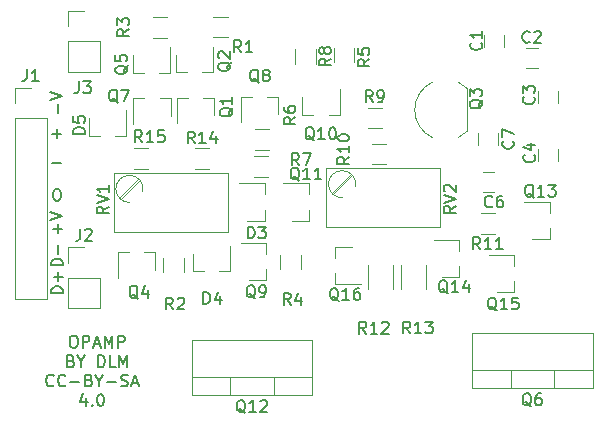
<source format=gbr>
G04 #@! TF.FileFunction,Legend,Top*
%FSLAX46Y46*%
G04 Gerber Fmt 4.6, Leading zero omitted, Abs format (unit mm)*
G04 Created by KiCad (PCBNEW 4.0.7) date 05/22/21 22:10:28*
%MOMM*%
%LPD*%
G01*
G04 APERTURE LIST*
%ADD10C,0.100000*%
%ADD11C,0.150000*%
%ADD12C,0.120000*%
G04 APERTURE END LIST*
D10*
D11*
X55702381Y-81580952D02*
X54702381Y-81580952D01*
X54702381Y-81342857D01*
X54750000Y-81199999D01*
X54845238Y-81104761D01*
X54940476Y-81057142D01*
X55130952Y-81009523D01*
X55273810Y-81009523D01*
X55464286Y-81057142D01*
X55559524Y-81104761D01*
X55654762Y-81199999D01*
X55702381Y-81342857D01*
X55702381Y-81580952D01*
X55321429Y-80580952D02*
X55321429Y-79819047D01*
X55702381Y-80199999D02*
X54940476Y-80199999D01*
X55702381Y-79230952D02*
X54702381Y-79230952D01*
X54702381Y-78992857D01*
X54750000Y-78849999D01*
X54845238Y-78754761D01*
X54940476Y-78707142D01*
X55130952Y-78659523D01*
X55273810Y-78659523D01*
X55464286Y-78707142D01*
X55559524Y-78754761D01*
X55654762Y-78849999D01*
X55702381Y-78992857D01*
X55702381Y-79230952D01*
X55321429Y-78230952D02*
X55321429Y-77469047D01*
X54918096Y-89372143D02*
X54870477Y-89419762D01*
X54727620Y-89467381D01*
X54632382Y-89467381D01*
X54489524Y-89419762D01*
X54394286Y-89324524D01*
X54346667Y-89229286D01*
X54299048Y-89038810D01*
X54299048Y-88895952D01*
X54346667Y-88705476D01*
X54394286Y-88610238D01*
X54489524Y-88515000D01*
X54632382Y-88467381D01*
X54727620Y-88467381D01*
X54870477Y-88515000D01*
X54918096Y-88562619D01*
X55918096Y-89372143D02*
X55870477Y-89419762D01*
X55727620Y-89467381D01*
X55632382Y-89467381D01*
X55489524Y-89419762D01*
X55394286Y-89324524D01*
X55346667Y-89229286D01*
X55299048Y-89038810D01*
X55299048Y-88895952D01*
X55346667Y-88705476D01*
X55394286Y-88610238D01*
X55489524Y-88515000D01*
X55632382Y-88467381D01*
X55727620Y-88467381D01*
X55870477Y-88515000D01*
X55918096Y-88562619D01*
X56346667Y-89086429D02*
X57108572Y-89086429D01*
X57918096Y-88943571D02*
X58060953Y-88991190D01*
X58108572Y-89038810D01*
X58156191Y-89134048D01*
X58156191Y-89276905D01*
X58108572Y-89372143D01*
X58060953Y-89419762D01*
X57965715Y-89467381D01*
X57584762Y-89467381D01*
X57584762Y-88467381D01*
X57918096Y-88467381D01*
X58013334Y-88515000D01*
X58060953Y-88562619D01*
X58108572Y-88657857D01*
X58108572Y-88753095D01*
X58060953Y-88848333D01*
X58013334Y-88895952D01*
X57918096Y-88943571D01*
X57584762Y-88943571D01*
X58775238Y-88991190D02*
X58775238Y-89467381D01*
X58441905Y-88467381D02*
X58775238Y-88991190D01*
X59108572Y-88467381D01*
X59441905Y-89086429D02*
X60203810Y-89086429D01*
X60632381Y-89419762D02*
X60775238Y-89467381D01*
X61013334Y-89467381D01*
X61108572Y-89419762D01*
X61156191Y-89372143D01*
X61203810Y-89276905D01*
X61203810Y-89181667D01*
X61156191Y-89086429D01*
X61108572Y-89038810D01*
X61013334Y-88991190D01*
X60822857Y-88943571D01*
X60727619Y-88895952D01*
X60680000Y-88848333D01*
X60632381Y-88753095D01*
X60632381Y-88657857D01*
X60680000Y-88562619D01*
X60727619Y-88515000D01*
X60822857Y-88467381D01*
X61060953Y-88467381D01*
X61203810Y-88515000D01*
X61584762Y-89181667D02*
X62060953Y-89181667D01*
X61489524Y-89467381D02*
X61822857Y-88467381D01*
X62156191Y-89467381D01*
X57656191Y-90450714D02*
X57656191Y-91117381D01*
X57418095Y-90069762D02*
X57180000Y-90784048D01*
X57799048Y-90784048D01*
X58180000Y-91022143D02*
X58227619Y-91069762D01*
X58180000Y-91117381D01*
X58132381Y-91069762D01*
X58180000Y-91022143D01*
X58180000Y-91117381D01*
X58846666Y-90117381D02*
X58941905Y-90117381D01*
X59037143Y-90165000D01*
X59084762Y-90212619D01*
X59132381Y-90307857D01*
X59180000Y-90498333D01*
X59180000Y-90736429D01*
X59132381Y-90926905D01*
X59084762Y-91022143D01*
X59037143Y-91069762D01*
X58941905Y-91117381D01*
X58846666Y-91117381D01*
X58751428Y-91069762D01*
X58703809Y-91022143D01*
X58656190Y-90926905D01*
X58608571Y-90736429D01*
X58608571Y-90498333D01*
X58656190Y-90307857D01*
X58703809Y-90212619D01*
X58751428Y-90165000D01*
X58846666Y-90117381D01*
X56524762Y-85187381D02*
X56715239Y-85187381D01*
X56810477Y-85235000D01*
X56905715Y-85330238D01*
X56953334Y-85520714D01*
X56953334Y-85854048D01*
X56905715Y-86044524D01*
X56810477Y-86139762D01*
X56715239Y-86187381D01*
X56524762Y-86187381D01*
X56429524Y-86139762D01*
X56334286Y-86044524D01*
X56286667Y-85854048D01*
X56286667Y-85520714D01*
X56334286Y-85330238D01*
X56429524Y-85235000D01*
X56524762Y-85187381D01*
X57381905Y-86187381D02*
X57381905Y-85187381D01*
X57762858Y-85187381D01*
X57858096Y-85235000D01*
X57905715Y-85282619D01*
X57953334Y-85377857D01*
X57953334Y-85520714D01*
X57905715Y-85615952D01*
X57858096Y-85663571D01*
X57762858Y-85711190D01*
X57381905Y-85711190D01*
X58334286Y-85901667D02*
X58810477Y-85901667D01*
X58239048Y-86187381D02*
X58572381Y-85187381D01*
X58905715Y-86187381D01*
X59239048Y-86187381D02*
X59239048Y-85187381D01*
X59572382Y-85901667D01*
X59905715Y-85187381D01*
X59905715Y-86187381D01*
X60381905Y-86187381D02*
X60381905Y-85187381D01*
X60762858Y-85187381D01*
X60858096Y-85235000D01*
X60905715Y-85282619D01*
X60953334Y-85377857D01*
X60953334Y-85520714D01*
X60905715Y-85615952D01*
X60858096Y-85663571D01*
X60762858Y-85711190D01*
X60381905Y-85711190D01*
X56405715Y-87313571D02*
X56548572Y-87361190D01*
X56596191Y-87408810D01*
X56643810Y-87504048D01*
X56643810Y-87646905D01*
X56596191Y-87742143D01*
X56548572Y-87789762D01*
X56453334Y-87837381D01*
X56072381Y-87837381D01*
X56072381Y-86837381D01*
X56405715Y-86837381D01*
X56500953Y-86885000D01*
X56548572Y-86932619D01*
X56596191Y-87027857D01*
X56596191Y-87123095D01*
X56548572Y-87218333D01*
X56500953Y-87265952D01*
X56405715Y-87313571D01*
X56072381Y-87313571D01*
X57262857Y-87361190D02*
X57262857Y-87837381D01*
X56929524Y-86837381D02*
X57262857Y-87361190D01*
X57596191Y-86837381D01*
X58691429Y-87837381D02*
X58691429Y-86837381D01*
X58929524Y-86837381D01*
X59072382Y-86885000D01*
X59167620Y-86980238D01*
X59215239Y-87075476D01*
X59262858Y-87265952D01*
X59262858Y-87408810D01*
X59215239Y-87599286D01*
X59167620Y-87694524D01*
X59072382Y-87789762D01*
X58929524Y-87837381D01*
X58691429Y-87837381D01*
X60167620Y-87837381D02*
X59691429Y-87837381D01*
X59691429Y-86837381D01*
X60500953Y-87837381D02*
X60500953Y-86837381D01*
X60834287Y-87551667D01*
X61167620Y-86837381D01*
X61167620Y-87837381D01*
X55271429Y-66309524D02*
X55271429Y-65547619D01*
X54652381Y-65214286D02*
X55652381Y-64880953D01*
X54652381Y-64547619D01*
X55271429Y-76509524D02*
X55271429Y-75747619D01*
X55652381Y-76128571D02*
X54890476Y-76128571D01*
X54652381Y-75414286D02*
X55652381Y-75080953D01*
X54652381Y-74747619D01*
X55104762Y-72752381D02*
X55295239Y-72752381D01*
X55390477Y-72800000D01*
X55485715Y-72895238D01*
X55533334Y-73085714D01*
X55533334Y-73419048D01*
X55485715Y-73609524D01*
X55390477Y-73704762D01*
X55295239Y-73752381D01*
X55104762Y-73752381D01*
X55009524Y-73704762D01*
X54914286Y-73609524D01*
X54866667Y-73419048D01*
X54866667Y-73085714D01*
X54914286Y-72895238D01*
X55009524Y-72800000D01*
X55104762Y-72752381D01*
X54819048Y-70571429D02*
X55580953Y-70571429D01*
X54819048Y-68071429D02*
X55580953Y-68071429D01*
X55200001Y-68452381D02*
X55200001Y-67690476D01*
D12*
X51670000Y-82070000D02*
X54330000Y-82070000D01*
X51670000Y-66770000D02*
X51670000Y-82070000D01*
X54330000Y-66770000D02*
X54330000Y-82070000D01*
X51670000Y-66770000D02*
X54330000Y-66770000D01*
X51670000Y-65500000D02*
X51670000Y-64170000D01*
X51670000Y-64170000D02*
X53000000Y-64170000D01*
X76840000Y-90180000D02*
X66600000Y-90180000D01*
X76840000Y-85539000D02*
X66600000Y-85539000D01*
X76840000Y-90180000D02*
X76840000Y-85539000D01*
X66600000Y-90180000D02*
X66600000Y-85539000D01*
X76840000Y-88670000D02*
X66600000Y-88670000D01*
X73570000Y-90180000D02*
X73570000Y-88670000D01*
X69869000Y-90180000D02*
X69869000Y-88670000D01*
X65295000Y-62860000D02*
X66225000Y-62860000D01*
X68455000Y-62860000D02*
X67525000Y-62860000D01*
X68455000Y-62860000D02*
X68455000Y-60700000D01*
X65295000Y-62860000D02*
X65295000Y-61400000D01*
X93050000Y-60750000D02*
X93050000Y-59750000D01*
X91350000Y-59750000D02*
X91350000Y-60750000D01*
X95900000Y-60850000D02*
X94900000Y-60850000D01*
X94900000Y-62550000D02*
X95900000Y-62550000D01*
X97650000Y-65500000D02*
X97650000Y-64500000D01*
X95950000Y-64500000D02*
X95950000Y-65500000D01*
X97650000Y-70350000D02*
X97650000Y-69350000D01*
X95950000Y-69350000D02*
X95950000Y-70350000D01*
X91250000Y-73000000D02*
X92250000Y-73000000D01*
X92250000Y-71300000D02*
X91250000Y-71300000D01*
X92550000Y-69050000D02*
X92550000Y-68050000D01*
X90850000Y-68050000D02*
X90850000Y-69050000D01*
X72785000Y-75430000D02*
X72785000Y-74500000D01*
X72785000Y-72270000D02*
X72785000Y-73200000D01*
X72785000Y-72270000D02*
X70625000Y-72270000D01*
X72785000Y-75430000D02*
X71325000Y-75430000D01*
X66695000Y-79710000D02*
X67625000Y-79710000D01*
X69855000Y-79710000D02*
X68925000Y-79710000D01*
X69855000Y-79710000D02*
X69855000Y-77550000D01*
X66695000Y-79710000D02*
X66695000Y-78250000D01*
X68530000Y-65040000D02*
X67600000Y-65040000D01*
X65370000Y-65040000D02*
X66300000Y-65040000D01*
X65370000Y-65040000D02*
X65370000Y-67200000D01*
X68530000Y-65040000D02*
X68530000Y-66500000D01*
X63530000Y-78120000D02*
X62600000Y-78120000D01*
X60370000Y-78120000D02*
X61300000Y-78120000D01*
X60370000Y-78120000D02*
X60370000Y-80280000D01*
X63530000Y-78120000D02*
X63530000Y-79580000D01*
X61645000Y-62910000D02*
X62575000Y-62910000D01*
X64805000Y-62910000D02*
X63875000Y-62910000D01*
X64805000Y-62910000D02*
X64805000Y-60750000D01*
X61645000Y-62910000D02*
X61645000Y-61450000D01*
X64830000Y-65090000D02*
X63900000Y-65090000D01*
X61670000Y-65090000D02*
X62600000Y-65090000D01*
X61670000Y-65090000D02*
X61670000Y-67250000D01*
X64830000Y-65090000D02*
X64830000Y-66550000D01*
X73930000Y-64940000D02*
X73000000Y-64940000D01*
X70770000Y-64940000D02*
X71700000Y-64940000D01*
X70770000Y-64940000D02*
X70770000Y-67100000D01*
X73930000Y-64940000D02*
X73930000Y-66400000D01*
X72935000Y-80455000D02*
X72935000Y-79525000D01*
X72935000Y-77295000D02*
X72935000Y-78225000D01*
X72935000Y-77295000D02*
X70775000Y-77295000D01*
X72935000Y-80455000D02*
X71475000Y-80455000D01*
X75970000Y-66460000D02*
X76900000Y-66460000D01*
X79130000Y-66460000D02*
X78200000Y-66460000D01*
X79130000Y-66460000D02*
X79130000Y-64300000D01*
X75970000Y-66460000D02*
X75970000Y-65000000D01*
X76535000Y-75455000D02*
X76535000Y-74525000D01*
X76535000Y-72295000D02*
X76535000Y-73225000D01*
X76535000Y-72295000D02*
X74375000Y-72295000D01*
X76535000Y-75455000D02*
X75075000Y-75455000D01*
X96910000Y-77030000D02*
X96910000Y-76100000D01*
X96910000Y-73870000D02*
X96910000Y-74800000D01*
X96910000Y-73870000D02*
X94750000Y-73870000D01*
X96910000Y-77030000D02*
X95450000Y-77030000D01*
X89270000Y-80230000D02*
X89270000Y-79300000D01*
X89270000Y-77070000D02*
X89270000Y-78000000D01*
X89270000Y-77070000D02*
X87110000Y-77070000D01*
X89270000Y-80230000D02*
X87810000Y-80230000D01*
X93910000Y-81505000D02*
X93910000Y-80575000D01*
X93910000Y-78345000D02*
X93910000Y-79275000D01*
X93910000Y-78345000D02*
X91750000Y-78345000D01*
X93910000Y-81505000D02*
X92450000Y-81505000D01*
X78760000Y-77650000D02*
X78760000Y-78580000D01*
X78760000Y-80810000D02*
X78760000Y-79880000D01*
X78760000Y-80810000D02*
X80920000Y-80810000D01*
X78760000Y-77650000D02*
X80220000Y-77650000D01*
X61385309Y-73904296D02*
G75*
G02X61345000Y-71595000I-40309J1154296D01*
G01*
X61324879Y-71595948D02*
G75*
G02X62474000Y-72990000I20121J-1154052D01*
G01*
X69665000Y-76370000D02*
X60015000Y-76370000D01*
X69665000Y-71419000D02*
X60015000Y-71419000D01*
X69665000Y-76370000D02*
X69665000Y-71419000D01*
X60015000Y-76370000D02*
X60015000Y-71419000D01*
X60469000Y-73484000D02*
X62080000Y-71874000D01*
X60609000Y-73625000D02*
X62221000Y-72015000D01*
X79385309Y-73504296D02*
G75*
G02X79345000Y-71195000I-40309J1154296D01*
G01*
X79324879Y-71195948D02*
G75*
G02X80474000Y-72590000I20121J-1154052D01*
G01*
X87665000Y-75970000D02*
X78015000Y-75970000D01*
X87665000Y-71019000D02*
X78015000Y-71019000D01*
X87665000Y-75970000D02*
X87665000Y-71019000D01*
X78015000Y-75970000D02*
X78015000Y-71019000D01*
X78469000Y-73084000D02*
X80080000Y-71474000D01*
X78609000Y-73225000D02*
X80221000Y-71615000D01*
X68450000Y-58170000D02*
X69650000Y-58170000D01*
X69650000Y-59930000D02*
X68450000Y-59930000D01*
X64220000Y-79775000D02*
X64220000Y-78575000D01*
X65980000Y-78575000D02*
X65980000Y-79775000D01*
X63325000Y-58195000D02*
X64525000Y-58195000D01*
X64525000Y-59955000D02*
X63325000Y-59955000D01*
X78620000Y-62050000D02*
X78620000Y-60850000D01*
X80380000Y-60850000D02*
X80380000Y-62050000D01*
X73200000Y-69430000D02*
X72000000Y-69430000D01*
X72000000Y-67670000D02*
X73200000Y-67670000D01*
X71900000Y-69945000D02*
X73100000Y-69945000D01*
X73100000Y-71705000D02*
X71900000Y-71705000D01*
X75370000Y-62150000D02*
X75370000Y-60950000D01*
X77130000Y-60950000D02*
X77130000Y-62150000D01*
X82750000Y-67630000D02*
X81550000Y-67630000D01*
X81550000Y-65870000D02*
X82750000Y-65870000D01*
X83100000Y-70680000D02*
X81900000Y-70680000D01*
X81900000Y-68920000D02*
X83100000Y-68920000D01*
X91075000Y-74820000D02*
X92275000Y-74820000D01*
X92275000Y-76580000D02*
X91075000Y-76580000D01*
X57920000Y-68235000D02*
X58850000Y-68235000D01*
X61080000Y-68235000D02*
X60150000Y-68235000D01*
X61080000Y-68235000D02*
X61080000Y-66075000D01*
X57920000Y-68235000D02*
X57920000Y-66775000D01*
X74120000Y-79550000D02*
X74120000Y-78350000D01*
X75880000Y-78350000D02*
X75880000Y-79550000D01*
X56170000Y-82870000D02*
X58830000Y-82870000D01*
X56170000Y-80270000D02*
X56170000Y-82870000D01*
X58830000Y-80270000D02*
X58830000Y-82870000D01*
X56170000Y-80270000D02*
X58830000Y-80270000D01*
X56170000Y-79000000D02*
X56170000Y-77670000D01*
X56170000Y-77670000D02*
X57500000Y-77670000D01*
X56170000Y-62870000D02*
X58830000Y-62870000D01*
X56170000Y-60270000D02*
X56170000Y-62870000D01*
X58830000Y-60270000D02*
X58830000Y-62870000D01*
X56170000Y-60270000D02*
X58830000Y-60270000D01*
X56170000Y-59000000D02*
X56170000Y-57670000D01*
X56170000Y-57670000D02*
X57500000Y-57670000D01*
X68100000Y-71030000D02*
X66900000Y-71030000D01*
X66900000Y-69270000D02*
X68100000Y-69270000D01*
X62950000Y-71030000D02*
X61750000Y-71030000D01*
X61750000Y-69270000D02*
X62950000Y-69270000D01*
X89950000Y-67860000D02*
X89950000Y-64260000D01*
X89222795Y-68384184D02*
G75*
G03X89950000Y-67860000I-1122795J2324184D01*
G01*
X87001193Y-68416400D02*
G75*
G02X85500000Y-66060000I1098807J2356400D01*
G01*
X87001193Y-63703600D02*
G75*
G03X85500000Y-66060000I1098807J-2356400D01*
G01*
X89222795Y-63735816D02*
G75*
G02X89950000Y-64260000I-1122795J-2324184D01*
G01*
X100580000Y-89620000D02*
X90340000Y-89620000D01*
X100580000Y-84979000D02*
X90340000Y-84979000D01*
X100580000Y-89620000D02*
X100580000Y-84979000D01*
X90340000Y-89620000D02*
X90340000Y-84979000D01*
X100580000Y-88110000D02*
X90340000Y-88110000D01*
X97310000Y-89620000D02*
X97310000Y-88110000D01*
X93609000Y-89620000D02*
X93609000Y-88110000D01*
X86470000Y-79200000D02*
X86470000Y-81200000D01*
X84330000Y-81200000D02*
X84330000Y-79200000D01*
X81500000Y-81190000D02*
X81500000Y-79190000D01*
X83640000Y-79190000D02*
X83640000Y-81190000D01*
D11*
X52666667Y-62622381D02*
X52666667Y-63336667D01*
X52619047Y-63479524D01*
X52523809Y-63574762D01*
X52380952Y-63622381D01*
X52285714Y-63622381D01*
X53666667Y-63622381D02*
X53095238Y-63622381D01*
X53380952Y-63622381D02*
X53380952Y-62622381D01*
X53285714Y-62765238D01*
X53190476Y-62860476D01*
X53095238Y-62908095D01*
X71148572Y-91727619D02*
X71053334Y-91680000D01*
X70958096Y-91584762D01*
X70815239Y-91441905D01*
X70720000Y-91394286D01*
X70624762Y-91394286D01*
X70672381Y-91632381D02*
X70577143Y-91584762D01*
X70481905Y-91489524D01*
X70434286Y-91299048D01*
X70434286Y-90965714D01*
X70481905Y-90775238D01*
X70577143Y-90680000D01*
X70672381Y-90632381D01*
X70862858Y-90632381D01*
X70958096Y-90680000D01*
X71053334Y-90775238D01*
X71100953Y-90965714D01*
X71100953Y-91299048D01*
X71053334Y-91489524D01*
X70958096Y-91584762D01*
X70862858Y-91632381D01*
X70672381Y-91632381D01*
X72053334Y-91632381D02*
X71481905Y-91632381D01*
X71767619Y-91632381D02*
X71767619Y-90632381D01*
X71672381Y-90775238D01*
X71577143Y-90870476D01*
X71481905Y-90918095D01*
X72434286Y-90727619D02*
X72481905Y-90680000D01*
X72577143Y-90632381D01*
X72815239Y-90632381D01*
X72910477Y-90680000D01*
X72958096Y-90727619D01*
X73005715Y-90822857D01*
X73005715Y-90918095D01*
X72958096Y-91060952D01*
X72386667Y-91632381D01*
X73005715Y-91632381D01*
X69947619Y-62020238D02*
X69900000Y-62115476D01*
X69804762Y-62210714D01*
X69661905Y-62353571D01*
X69614286Y-62448810D01*
X69614286Y-62544048D01*
X69852381Y-62496429D02*
X69804762Y-62591667D01*
X69709524Y-62686905D01*
X69519048Y-62734524D01*
X69185714Y-62734524D01*
X68995238Y-62686905D01*
X68900000Y-62591667D01*
X68852381Y-62496429D01*
X68852381Y-62305952D01*
X68900000Y-62210714D01*
X68995238Y-62115476D01*
X69185714Y-62067857D01*
X69519048Y-62067857D01*
X69709524Y-62115476D01*
X69804762Y-62210714D01*
X69852381Y-62305952D01*
X69852381Y-62496429D01*
X68947619Y-61686905D02*
X68900000Y-61639286D01*
X68852381Y-61544048D01*
X68852381Y-61305952D01*
X68900000Y-61210714D01*
X68947619Y-61163095D01*
X69042857Y-61115476D01*
X69138095Y-61115476D01*
X69280952Y-61163095D01*
X69852381Y-61734524D01*
X69852381Y-61115476D01*
X91107143Y-60366666D02*
X91154762Y-60414285D01*
X91202381Y-60557142D01*
X91202381Y-60652380D01*
X91154762Y-60795238D01*
X91059524Y-60890476D01*
X90964286Y-60938095D01*
X90773810Y-60985714D01*
X90630952Y-60985714D01*
X90440476Y-60938095D01*
X90345238Y-60890476D01*
X90250000Y-60795238D01*
X90202381Y-60652380D01*
X90202381Y-60557142D01*
X90250000Y-60414285D01*
X90297619Y-60366666D01*
X91202381Y-59414285D02*
X91202381Y-59985714D01*
X91202381Y-59700000D02*
X90202381Y-59700000D01*
X90345238Y-59795238D01*
X90440476Y-59890476D01*
X90488095Y-59985714D01*
X95233334Y-60307143D02*
X95185715Y-60354762D01*
X95042858Y-60402381D01*
X94947620Y-60402381D01*
X94804762Y-60354762D01*
X94709524Y-60259524D01*
X94661905Y-60164286D01*
X94614286Y-59973810D01*
X94614286Y-59830952D01*
X94661905Y-59640476D01*
X94709524Y-59545238D01*
X94804762Y-59450000D01*
X94947620Y-59402381D01*
X95042858Y-59402381D01*
X95185715Y-59450000D01*
X95233334Y-59497619D01*
X95614286Y-59497619D02*
X95661905Y-59450000D01*
X95757143Y-59402381D01*
X95995239Y-59402381D01*
X96090477Y-59450000D01*
X96138096Y-59497619D01*
X96185715Y-59592857D01*
X96185715Y-59688095D01*
X96138096Y-59830952D01*
X95566667Y-60402381D01*
X96185715Y-60402381D01*
X95557143Y-64966666D02*
X95604762Y-65014285D01*
X95652381Y-65157142D01*
X95652381Y-65252380D01*
X95604762Y-65395238D01*
X95509524Y-65490476D01*
X95414286Y-65538095D01*
X95223810Y-65585714D01*
X95080952Y-65585714D01*
X94890476Y-65538095D01*
X94795238Y-65490476D01*
X94700000Y-65395238D01*
X94652381Y-65252380D01*
X94652381Y-65157142D01*
X94700000Y-65014285D01*
X94747619Y-64966666D01*
X94652381Y-64633333D02*
X94652381Y-64014285D01*
X95033333Y-64347619D01*
X95033333Y-64204761D01*
X95080952Y-64109523D01*
X95128571Y-64061904D01*
X95223810Y-64014285D01*
X95461905Y-64014285D01*
X95557143Y-64061904D01*
X95604762Y-64109523D01*
X95652381Y-64204761D01*
X95652381Y-64490476D01*
X95604762Y-64585714D01*
X95557143Y-64633333D01*
X95607143Y-69866666D02*
X95654762Y-69914285D01*
X95702381Y-70057142D01*
X95702381Y-70152380D01*
X95654762Y-70295238D01*
X95559524Y-70390476D01*
X95464286Y-70438095D01*
X95273810Y-70485714D01*
X95130952Y-70485714D01*
X94940476Y-70438095D01*
X94845238Y-70390476D01*
X94750000Y-70295238D01*
X94702381Y-70152380D01*
X94702381Y-70057142D01*
X94750000Y-69914285D01*
X94797619Y-69866666D01*
X95035714Y-69009523D02*
X95702381Y-69009523D01*
X94654762Y-69247619D02*
X95369048Y-69485714D01*
X95369048Y-68866666D01*
X92058334Y-74232143D02*
X92010715Y-74279762D01*
X91867858Y-74327381D01*
X91772620Y-74327381D01*
X91629762Y-74279762D01*
X91534524Y-74184524D01*
X91486905Y-74089286D01*
X91439286Y-73898810D01*
X91439286Y-73755952D01*
X91486905Y-73565476D01*
X91534524Y-73470238D01*
X91629762Y-73375000D01*
X91772620Y-73327381D01*
X91867858Y-73327381D01*
X92010715Y-73375000D01*
X92058334Y-73422619D01*
X92915477Y-73327381D02*
X92725000Y-73327381D01*
X92629762Y-73375000D01*
X92582143Y-73422619D01*
X92486905Y-73565476D01*
X92439286Y-73755952D01*
X92439286Y-74136905D01*
X92486905Y-74232143D01*
X92534524Y-74279762D01*
X92629762Y-74327381D01*
X92820239Y-74327381D01*
X92915477Y-74279762D01*
X92963096Y-74232143D01*
X93010715Y-74136905D01*
X93010715Y-73898810D01*
X92963096Y-73803571D01*
X92915477Y-73755952D01*
X92820239Y-73708333D01*
X92629762Y-73708333D01*
X92534524Y-73755952D01*
X92486905Y-73803571D01*
X92439286Y-73898810D01*
X93807143Y-68716666D02*
X93854762Y-68764285D01*
X93902381Y-68907142D01*
X93902381Y-69002380D01*
X93854762Y-69145238D01*
X93759524Y-69240476D01*
X93664286Y-69288095D01*
X93473810Y-69335714D01*
X93330952Y-69335714D01*
X93140476Y-69288095D01*
X93045238Y-69240476D01*
X92950000Y-69145238D01*
X92902381Y-69002380D01*
X92902381Y-68907142D01*
X92950000Y-68764285D01*
X92997619Y-68716666D01*
X92902381Y-68383333D02*
X92902381Y-67716666D01*
X93902381Y-68145238D01*
X71361905Y-76952381D02*
X71361905Y-75952381D01*
X71600000Y-75952381D01*
X71742858Y-76000000D01*
X71838096Y-76095238D01*
X71885715Y-76190476D01*
X71933334Y-76380952D01*
X71933334Y-76523810D01*
X71885715Y-76714286D01*
X71838096Y-76809524D01*
X71742858Y-76904762D01*
X71600000Y-76952381D01*
X71361905Y-76952381D01*
X72266667Y-75952381D02*
X72885715Y-75952381D01*
X72552381Y-76333333D01*
X72695239Y-76333333D01*
X72790477Y-76380952D01*
X72838096Y-76428571D01*
X72885715Y-76523810D01*
X72885715Y-76761905D01*
X72838096Y-76857143D01*
X72790477Y-76904762D01*
X72695239Y-76952381D01*
X72409524Y-76952381D01*
X72314286Y-76904762D01*
X72266667Y-76857143D01*
X67611905Y-82502381D02*
X67611905Y-81502381D01*
X67850000Y-81502381D01*
X67992858Y-81550000D01*
X68088096Y-81645238D01*
X68135715Y-81740476D01*
X68183334Y-81930952D01*
X68183334Y-82073810D01*
X68135715Y-82264286D01*
X68088096Y-82359524D01*
X67992858Y-82454762D01*
X67850000Y-82502381D01*
X67611905Y-82502381D01*
X69040477Y-81835714D02*
X69040477Y-82502381D01*
X68802381Y-81454762D02*
X68564286Y-82169048D01*
X69183334Y-82169048D01*
X70097619Y-65895238D02*
X70050000Y-65990476D01*
X69954762Y-66085714D01*
X69811905Y-66228571D01*
X69764286Y-66323810D01*
X69764286Y-66419048D01*
X70002381Y-66371429D02*
X69954762Y-66466667D01*
X69859524Y-66561905D01*
X69669048Y-66609524D01*
X69335714Y-66609524D01*
X69145238Y-66561905D01*
X69050000Y-66466667D01*
X69002381Y-66371429D01*
X69002381Y-66180952D01*
X69050000Y-66085714D01*
X69145238Y-65990476D01*
X69335714Y-65942857D01*
X69669048Y-65942857D01*
X69859524Y-65990476D01*
X69954762Y-66085714D01*
X70002381Y-66180952D01*
X70002381Y-66371429D01*
X70002381Y-64990476D02*
X70002381Y-65561905D01*
X70002381Y-65276191D02*
X69002381Y-65276191D01*
X69145238Y-65371429D01*
X69240476Y-65466667D01*
X69288095Y-65561905D01*
X62064762Y-82047619D02*
X61969524Y-82000000D01*
X61874286Y-81904762D01*
X61731429Y-81761905D01*
X61636190Y-81714286D01*
X61540952Y-81714286D01*
X61588571Y-81952381D02*
X61493333Y-81904762D01*
X61398095Y-81809524D01*
X61350476Y-81619048D01*
X61350476Y-81285714D01*
X61398095Y-81095238D01*
X61493333Y-81000000D01*
X61588571Y-80952381D01*
X61779048Y-80952381D01*
X61874286Y-81000000D01*
X61969524Y-81095238D01*
X62017143Y-81285714D01*
X62017143Y-81619048D01*
X61969524Y-81809524D01*
X61874286Y-81904762D01*
X61779048Y-81952381D01*
X61588571Y-81952381D01*
X62874286Y-81285714D02*
X62874286Y-81952381D01*
X62636190Y-80904762D02*
X62398095Y-81619048D01*
X63017143Y-81619048D01*
X61222619Y-62295238D02*
X61175000Y-62390476D01*
X61079762Y-62485714D01*
X60936905Y-62628571D01*
X60889286Y-62723810D01*
X60889286Y-62819048D01*
X61127381Y-62771429D02*
X61079762Y-62866667D01*
X60984524Y-62961905D01*
X60794048Y-63009524D01*
X60460714Y-63009524D01*
X60270238Y-62961905D01*
X60175000Y-62866667D01*
X60127381Y-62771429D01*
X60127381Y-62580952D01*
X60175000Y-62485714D01*
X60270238Y-62390476D01*
X60460714Y-62342857D01*
X60794048Y-62342857D01*
X60984524Y-62390476D01*
X61079762Y-62485714D01*
X61127381Y-62580952D01*
X61127381Y-62771429D01*
X60127381Y-61438095D02*
X60127381Y-61914286D01*
X60603571Y-61961905D01*
X60555952Y-61914286D01*
X60508333Y-61819048D01*
X60508333Y-61580952D01*
X60555952Y-61485714D01*
X60603571Y-61438095D01*
X60698810Y-61390476D01*
X60936905Y-61390476D01*
X61032143Y-61438095D01*
X61079762Y-61485714D01*
X61127381Y-61580952D01*
X61127381Y-61819048D01*
X61079762Y-61914286D01*
X61032143Y-61961905D01*
X60354762Y-65447619D02*
X60259524Y-65400000D01*
X60164286Y-65304762D01*
X60021429Y-65161905D01*
X59926190Y-65114286D01*
X59830952Y-65114286D01*
X59878571Y-65352381D02*
X59783333Y-65304762D01*
X59688095Y-65209524D01*
X59640476Y-65019048D01*
X59640476Y-64685714D01*
X59688095Y-64495238D01*
X59783333Y-64400000D01*
X59878571Y-64352381D01*
X60069048Y-64352381D01*
X60164286Y-64400000D01*
X60259524Y-64495238D01*
X60307143Y-64685714D01*
X60307143Y-65019048D01*
X60259524Y-65209524D01*
X60164286Y-65304762D01*
X60069048Y-65352381D01*
X59878571Y-65352381D01*
X60640476Y-64352381D02*
X61307143Y-64352381D01*
X60878571Y-65352381D01*
X72304762Y-63747619D02*
X72209524Y-63700000D01*
X72114286Y-63604762D01*
X71971429Y-63461905D01*
X71876190Y-63414286D01*
X71780952Y-63414286D01*
X71828571Y-63652381D02*
X71733333Y-63604762D01*
X71638095Y-63509524D01*
X71590476Y-63319048D01*
X71590476Y-62985714D01*
X71638095Y-62795238D01*
X71733333Y-62700000D01*
X71828571Y-62652381D01*
X72019048Y-62652381D01*
X72114286Y-62700000D01*
X72209524Y-62795238D01*
X72257143Y-62985714D01*
X72257143Y-63319048D01*
X72209524Y-63509524D01*
X72114286Y-63604762D01*
X72019048Y-63652381D01*
X71828571Y-63652381D01*
X72828571Y-63080952D02*
X72733333Y-63033333D01*
X72685714Y-62985714D01*
X72638095Y-62890476D01*
X72638095Y-62842857D01*
X72685714Y-62747619D01*
X72733333Y-62700000D01*
X72828571Y-62652381D01*
X73019048Y-62652381D01*
X73114286Y-62700000D01*
X73161905Y-62747619D01*
X73209524Y-62842857D01*
X73209524Y-62890476D01*
X73161905Y-62985714D01*
X73114286Y-63033333D01*
X73019048Y-63080952D01*
X72828571Y-63080952D01*
X72733333Y-63128571D01*
X72685714Y-63176190D01*
X72638095Y-63271429D01*
X72638095Y-63461905D01*
X72685714Y-63557143D01*
X72733333Y-63604762D01*
X72828571Y-63652381D01*
X73019048Y-63652381D01*
X73114286Y-63604762D01*
X73161905Y-63557143D01*
X73209524Y-63461905D01*
X73209524Y-63271429D01*
X73161905Y-63176190D01*
X73114286Y-63128571D01*
X73019048Y-63080952D01*
X72004762Y-82022619D02*
X71909524Y-81975000D01*
X71814286Y-81879762D01*
X71671429Y-81736905D01*
X71576190Y-81689286D01*
X71480952Y-81689286D01*
X71528571Y-81927381D02*
X71433333Y-81879762D01*
X71338095Y-81784524D01*
X71290476Y-81594048D01*
X71290476Y-81260714D01*
X71338095Y-81070238D01*
X71433333Y-80975000D01*
X71528571Y-80927381D01*
X71719048Y-80927381D01*
X71814286Y-80975000D01*
X71909524Y-81070238D01*
X71957143Y-81260714D01*
X71957143Y-81594048D01*
X71909524Y-81784524D01*
X71814286Y-81879762D01*
X71719048Y-81927381D01*
X71528571Y-81927381D01*
X72433333Y-81927381D02*
X72623809Y-81927381D01*
X72719048Y-81879762D01*
X72766667Y-81832143D01*
X72861905Y-81689286D01*
X72909524Y-81498810D01*
X72909524Y-81117857D01*
X72861905Y-81022619D01*
X72814286Y-80975000D01*
X72719048Y-80927381D01*
X72528571Y-80927381D01*
X72433333Y-80975000D01*
X72385714Y-81022619D01*
X72338095Y-81117857D01*
X72338095Y-81355952D01*
X72385714Y-81451190D01*
X72433333Y-81498810D01*
X72528571Y-81546429D01*
X72719048Y-81546429D01*
X72814286Y-81498810D01*
X72861905Y-81451190D01*
X72909524Y-81355952D01*
X76978572Y-68647619D02*
X76883334Y-68600000D01*
X76788096Y-68504762D01*
X76645239Y-68361905D01*
X76550000Y-68314286D01*
X76454762Y-68314286D01*
X76502381Y-68552381D02*
X76407143Y-68504762D01*
X76311905Y-68409524D01*
X76264286Y-68219048D01*
X76264286Y-67885714D01*
X76311905Y-67695238D01*
X76407143Y-67600000D01*
X76502381Y-67552381D01*
X76692858Y-67552381D01*
X76788096Y-67600000D01*
X76883334Y-67695238D01*
X76930953Y-67885714D01*
X76930953Y-68219048D01*
X76883334Y-68409524D01*
X76788096Y-68504762D01*
X76692858Y-68552381D01*
X76502381Y-68552381D01*
X77883334Y-68552381D02*
X77311905Y-68552381D01*
X77597619Y-68552381D02*
X77597619Y-67552381D01*
X77502381Y-67695238D01*
X77407143Y-67790476D01*
X77311905Y-67838095D01*
X78502381Y-67552381D02*
X78597620Y-67552381D01*
X78692858Y-67600000D01*
X78740477Y-67647619D01*
X78788096Y-67742857D01*
X78835715Y-67933333D01*
X78835715Y-68171429D01*
X78788096Y-68361905D01*
X78740477Y-68457143D01*
X78692858Y-68504762D01*
X78597620Y-68552381D01*
X78502381Y-68552381D01*
X78407143Y-68504762D01*
X78359524Y-68457143D01*
X78311905Y-68361905D01*
X78264286Y-68171429D01*
X78264286Y-67933333D01*
X78311905Y-67742857D01*
X78359524Y-67647619D01*
X78407143Y-67600000D01*
X78502381Y-67552381D01*
X75728572Y-72047619D02*
X75633334Y-72000000D01*
X75538096Y-71904762D01*
X75395239Y-71761905D01*
X75300000Y-71714286D01*
X75204762Y-71714286D01*
X75252381Y-71952381D02*
X75157143Y-71904762D01*
X75061905Y-71809524D01*
X75014286Y-71619048D01*
X75014286Y-71285714D01*
X75061905Y-71095238D01*
X75157143Y-71000000D01*
X75252381Y-70952381D01*
X75442858Y-70952381D01*
X75538096Y-71000000D01*
X75633334Y-71095238D01*
X75680953Y-71285714D01*
X75680953Y-71619048D01*
X75633334Y-71809524D01*
X75538096Y-71904762D01*
X75442858Y-71952381D01*
X75252381Y-71952381D01*
X76633334Y-71952381D02*
X76061905Y-71952381D01*
X76347619Y-71952381D02*
X76347619Y-70952381D01*
X76252381Y-71095238D01*
X76157143Y-71190476D01*
X76061905Y-71238095D01*
X77585715Y-71952381D02*
X77014286Y-71952381D01*
X77300000Y-71952381D02*
X77300000Y-70952381D01*
X77204762Y-71095238D01*
X77109524Y-71190476D01*
X77014286Y-71238095D01*
X95578572Y-73497619D02*
X95483334Y-73450000D01*
X95388096Y-73354762D01*
X95245239Y-73211905D01*
X95150000Y-73164286D01*
X95054762Y-73164286D01*
X95102381Y-73402381D02*
X95007143Y-73354762D01*
X94911905Y-73259524D01*
X94864286Y-73069048D01*
X94864286Y-72735714D01*
X94911905Y-72545238D01*
X95007143Y-72450000D01*
X95102381Y-72402381D01*
X95292858Y-72402381D01*
X95388096Y-72450000D01*
X95483334Y-72545238D01*
X95530953Y-72735714D01*
X95530953Y-73069048D01*
X95483334Y-73259524D01*
X95388096Y-73354762D01*
X95292858Y-73402381D01*
X95102381Y-73402381D01*
X96483334Y-73402381D02*
X95911905Y-73402381D01*
X96197619Y-73402381D02*
X96197619Y-72402381D01*
X96102381Y-72545238D01*
X96007143Y-72640476D01*
X95911905Y-72688095D01*
X96816667Y-72402381D02*
X97435715Y-72402381D01*
X97102381Y-72783333D01*
X97245239Y-72783333D01*
X97340477Y-72830952D01*
X97388096Y-72878571D01*
X97435715Y-72973810D01*
X97435715Y-73211905D01*
X97388096Y-73307143D01*
X97340477Y-73354762D01*
X97245239Y-73402381D01*
X96959524Y-73402381D01*
X96864286Y-73354762D01*
X96816667Y-73307143D01*
X88288572Y-81597619D02*
X88193334Y-81550000D01*
X88098096Y-81454762D01*
X87955239Y-81311905D01*
X87860000Y-81264286D01*
X87764762Y-81264286D01*
X87812381Y-81502381D02*
X87717143Y-81454762D01*
X87621905Y-81359524D01*
X87574286Y-81169048D01*
X87574286Y-80835714D01*
X87621905Y-80645238D01*
X87717143Y-80550000D01*
X87812381Y-80502381D01*
X88002858Y-80502381D01*
X88098096Y-80550000D01*
X88193334Y-80645238D01*
X88240953Y-80835714D01*
X88240953Y-81169048D01*
X88193334Y-81359524D01*
X88098096Y-81454762D01*
X88002858Y-81502381D01*
X87812381Y-81502381D01*
X89193334Y-81502381D02*
X88621905Y-81502381D01*
X88907619Y-81502381D02*
X88907619Y-80502381D01*
X88812381Y-80645238D01*
X88717143Y-80740476D01*
X88621905Y-80788095D01*
X90050477Y-80835714D02*
X90050477Y-81502381D01*
X89812381Y-80454762D02*
X89574286Y-81169048D01*
X90193334Y-81169048D01*
X92428572Y-83047619D02*
X92333334Y-83000000D01*
X92238096Y-82904762D01*
X92095239Y-82761905D01*
X92000000Y-82714286D01*
X91904762Y-82714286D01*
X91952381Y-82952381D02*
X91857143Y-82904762D01*
X91761905Y-82809524D01*
X91714286Y-82619048D01*
X91714286Y-82285714D01*
X91761905Y-82095238D01*
X91857143Y-82000000D01*
X91952381Y-81952381D01*
X92142858Y-81952381D01*
X92238096Y-82000000D01*
X92333334Y-82095238D01*
X92380953Y-82285714D01*
X92380953Y-82619048D01*
X92333334Y-82809524D01*
X92238096Y-82904762D01*
X92142858Y-82952381D01*
X91952381Y-82952381D01*
X93333334Y-82952381D02*
X92761905Y-82952381D01*
X93047619Y-82952381D02*
X93047619Y-81952381D01*
X92952381Y-82095238D01*
X92857143Y-82190476D01*
X92761905Y-82238095D01*
X94238096Y-81952381D02*
X93761905Y-81952381D01*
X93714286Y-82428571D01*
X93761905Y-82380952D01*
X93857143Y-82333333D01*
X94095239Y-82333333D01*
X94190477Y-82380952D01*
X94238096Y-82428571D01*
X94285715Y-82523810D01*
X94285715Y-82761905D01*
X94238096Y-82857143D01*
X94190477Y-82904762D01*
X94095239Y-82952381D01*
X93857143Y-82952381D01*
X93761905Y-82904762D01*
X93714286Y-82857143D01*
X79048572Y-82237619D02*
X78953334Y-82190000D01*
X78858096Y-82094762D01*
X78715239Y-81951905D01*
X78620000Y-81904286D01*
X78524762Y-81904286D01*
X78572381Y-82142381D02*
X78477143Y-82094762D01*
X78381905Y-81999524D01*
X78334286Y-81809048D01*
X78334286Y-81475714D01*
X78381905Y-81285238D01*
X78477143Y-81190000D01*
X78572381Y-81142381D01*
X78762858Y-81142381D01*
X78858096Y-81190000D01*
X78953334Y-81285238D01*
X79000953Y-81475714D01*
X79000953Y-81809048D01*
X78953334Y-81999524D01*
X78858096Y-82094762D01*
X78762858Y-82142381D01*
X78572381Y-82142381D01*
X79953334Y-82142381D02*
X79381905Y-82142381D01*
X79667619Y-82142381D02*
X79667619Y-81142381D01*
X79572381Y-81285238D01*
X79477143Y-81380476D01*
X79381905Y-81428095D01*
X80810477Y-81142381D02*
X80620000Y-81142381D01*
X80524762Y-81190000D01*
X80477143Y-81237619D01*
X80381905Y-81380476D01*
X80334286Y-81570952D01*
X80334286Y-81951905D01*
X80381905Y-82047143D01*
X80429524Y-82094762D01*
X80524762Y-82142381D01*
X80715239Y-82142381D01*
X80810477Y-82094762D01*
X80858096Y-82047143D01*
X80905715Y-81951905D01*
X80905715Y-81713810D01*
X80858096Y-81618571D01*
X80810477Y-81570952D01*
X80715239Y-81523333D01*
X80524762Y-81523333D01*
X80429524Y-81570952D01*
X80381905Y-81618571D01*
X80334286Y-81713810D01*
X59577381Y-74245238D02*
X59101190Y-74578572D01*
X59577381Y-74816667D02*
X58577381Y-74816667D01*
X58577381Y-74435714D01*
X58625000Y-74340476D01*
X58672619Y-74292857D01*
X58767857Y-74245238D01*
X58910714Y-74245238D01*
X59005952Y-74292857D01*
X59053571Y-74340476D01*
X59101190Y-74435714D01*
X59101190Y-74816667D01*
X58577381Y-73959524D02*
X59577381Y-73626191D01*
X58577381Y-73292857D01*
X59577381Y-72435714D02*
X59577381Y-73007143D01*
X59577381Y-72721429D02*
X58577381Y-72721429D01*
X58720238Y-72816667D01*
X58815476Y-72911905D01*
X58863095Y-73007143D01*
X88952381Y-74195238D02*
X88476190Y-74528572D01*
X88952381Y-74766667D02*
X87952381Y-74766667D01*
X87952381Y-74385714D01*
X88000000Y-74290476D01*
X88047619Y-74242857D01*
X88142857Y-74195238D01*
X88285714Y-74195238D01*
X88380952Y-74242857D01*
X88428571Y-74290476D01*
X88476190Y-74385714D01*
X88476190Y-74766667D01*
X87952381Y-73909524D02*
X88952381Y-73576191D01*
X87952381Y-73242857D01*
X88047619Y-72957143D02*
X88000000Y-72909524D01*
X87952381Y-72814286D01*
X87952381Y-72576190D01*
X88000000Y-72480952D01*
X88047619Y-72433333D01*
X88142857Y-72385714D01*
X88238095Y-72385714D01*
X88380952Y-72433333D01*
X88952381Y-73004762D01*
X88952381Y-72385714D01*
X70808334Y-61177381D02*
X70475000Y-60701190D01*
X70236905Y-61177381D02*
X70236905Y-60177381D01*
X70617858Y-60177381D01*
X70713096Y-60225000D01*
X70760715Y-60272619D01*
X70808334Y-60367857D01*
X70808334Y-60510714D01*
X70760715Y-60605952D01*
X70713096Y-60653571D01*
X70617858Y-60701190D01*
X70236905Y-60701190D01*
X71760715Y-61177381D02*
X71189286Y-61177381D01*
X71475000Y-61177381D02*
X71475000Y-60177381D01*
X71379762Y-60320238D01*
X71284524Y-60415476D01*
X71189286Y-60463095D01*
X65033334Y-82952381D02*
X64700000Y-82476190D01*
X64461905Y-82952381D02*
X64461905Y-81952381D01*
X64842858Y-81952381D01*
X64938096Y-82000000D01*
X64985715Y-82047619D01*
X65033334Y-82142857D01*
X65033334Y-82285714D01*
X64985715Y-82380952D01*
X64938096Y-82428571D01*
X64842858Y-82476190D01*
X64461905Y-82476190D01*
X65414286Y-82047619D02*
X65461905Y-82000000D01*
X65557143Y-81952381D01*
X65795239Y-81952381D01*
X65890477Y-82000000D01*
X65938096Y-82047619D01*
X65985715Y-82142857D01*
X65985715Y-82238095D01*
X65938096Y-82380952D01*
X65366667Y-82952381D01*
X65985715Y-82952381D01*
X61302381Y-59241666D02*
X60826190Y-59575000D01*
X61302381Y-59813095D02*
X60302381Y-59813095D01*
X60302381Y-59432142D01*
X60350000Y-59336904D01*
X60397619Y-59289285D01*
X60492857Y-59241666D01*
X60635714Y-59241666D01*
X60730952Y-59289285D01*
X60778571Y-59336904D01*
X60826190Y-59432142D01*
X60826190Y-59813095D01*
X60302381Y-58908333D02*
X60302381Y-58289285D01*
X60683333Y-58622619D01*
X60683333Y-58479761D01*
X60730952Y-58384523D01*
X60778571Y-58336904D01*
X60873810Y-58289285D01*
X61111905Y-58289285D01*
X61207143Y-58336904D01*
X61254762Y-58384523D01*
X61302381Y-58479761D01*
X61302381Y-58765476D01*
X61254762Y-58860714D01*
X61207143Y-58908333D01*
X81652381Y-61766666D02*
X81176190Y-62100000D01*
X81652381Y-62338095D02*
X80652381Y-62338095D01*
X80652381Y-61957142D01*
X80700000Y-61861904D01*
X80747619Y-61814285D01*
X80842857Y-61766666D01*
X80985714Y-61766666D01*
X81080952Y-61814285D01*
X81128571Y-61861904D01*
X81176190Y-61957142D01*
X81176190Y-62338095D01*
X80652381Y-60861904D02*
X80652381Y-61338095D01*
X81128571Y-61385714D01*
X81080952Y-61338095D01*
X81033333Y-61242857D01*
X81033333Y-61004761D01*
X81080952Y-60909523D01*
X81128571Y-60861904D01*
X81223810Y-60814285D01*
X81461905Y-60814285D01*
X81557143Y-60861904D01*
X81604762Y-60909523D01*
X81652381Y-61004761D01*
X81652381Y-61242857D01*
X81604762Y-61338095D01*
X81557143Y-61385714D01*
X75402381Y-66666666D02*
X74926190Y-67000000D01*
X75402381Y-67238095D02*
X74402381Y-67238095D01*
X74402381Y-66857142D01*
X74450000Y-66761904D01*
X74497619Y-66714285D01*
X74592857Y-66666666D01*
X74735714Y-66666666D01*
X74830952Y-66714285D01*
X74878571Y-66761904D01*
X74926190Y-66857142D01*
X74926190Y-67238095D01*
X74402381Y-65809523D02*
X74402381Y-66000000D01*
X74450000Y-66095238D01*
X74497619Y-66142857D01*
X74640476Y-66238095D01*
X74830952Y-66285714D01*
X75211905Y-66285714D01*
X75307143Y-66238095D01*
X75354762Y-66190476D01*
X75402381Y-66095238D01*
X75402381Y-65904761D01*
X75354762Y-65809523D01*
X75307143Y-65761904D01*
X75211905Y-65714285D01*
X74973810Y-65714285D01*
X74878571Y-65761904D01*
X74830952Y-65809523D01*
X74783333Y-65904761D01*
X74783333Y-66095238D01*
X74830952Y-66190476D01*
X74878571Y-66238095D01*
X74973810Y-66285714D01*
X75683334Y-70752381D02*
X75350000Y-70276190D01*
X75111905Y-70752381D02*
X75111905Y-69752381D01*
X75492858Y-69752381D01*
X75588096Y-69800000D01*
X75635715Y-69847619D01*
X75683334Y-69942857D01*
X75683334Y-70085714D01*
X75635715Y-70180952D01*
X75588096Y-70228571D01*
X75492858Y-70276190D01*
X75111905Y-70276190D01*
X76016667Y-69752381D02*
X76683334Y-69752381D01*
X76254762Y-70752381D01*
X78402381Y-61716666D02*
X77926190Y-62050000D01*
X78402381Y-62288095D02*
X77402381Y-62288095D01*
X77402381Y-61907142D01*
X77450000Y-61811904D01*
X77497619Y-61764285D01*
X77592857Y-61716666D01*
X77735714Y-61716666D01*
X77830952Y-61764285D01*
X77878571Y-61811904D01*
X77926190Y-61907142D01*
X77926190Y-62288095D01*
X77830952Y-61145238D02*
X77783333Y-61240476D01*
X77735714Y-61288095D01*
X77640476Y-61335714D01*
X77592857Y-61335714D01*
X77497619Y-61288095D01*
X77450000Y-61240476D01*
X77402381Y-61145238D01*
X77402381Y-60954761D01*
X77450000Y-60859523D01*
X77497619Y-60811904D01*
X77592857Y-60764285D01*
X77640476Y-60764285D01*
X77735714Y-60811904D01*
X77783333Y-60859523D01*
X77830952Y-60954761D01*
X77830952Y-61145238D01*
X77878571Y-61240476D01*
X77926190Y-61288095D01*
X78021429Y-61335714D01*
X78211905Y-61335714D01*
X78307143Y-61288095D01*
X78354762Y-61240476D01*
X78402381Y-61145238D01*
X78402381Y-60954761D01*
X78354762Y-60859523D01*
X78307143Y-60811904D01*
X78211905Y-60764285D01*
X78021429Y-60764285D01*
X77926190Y-60811904D01*
X77878571Y-60859523D01*
X77830952Y-60954761D01*
X81933334Y-65402381D02*
X81600000Y-64926190D01*
X81361905Y-65402381D02*
X81361905Y-64402381D01*
X81742858Y-64402381D01*
X81838096Y-64450000D01*
X81885715Y-64497619D01*
X81933334Y-64592857D01*
X81933334Y-64735714D01*
X81885715Y-64830952D01*
X81838096Y-64878571D01*
X81742858Y-64926190D01*
X81361905Y-64926190D01*
X82409524Y-65402381D02*
X82600000Y-65402381D01*
X82695239Y-65354762D01*
X82742858Y-65307143D01*
X82838096Y-65164286D01*
X82885715Y-64973810D01*
X82885715Y-64592857D01*
X82838096Y-64497619D01*
X82790477Y-64450000D01*
X82695239Y-64402381D01*
X82504762Y-64402381D01*
X82409524Y-64450000D01*
X82361905Y-64497619D01*
X82314286Y-64592857D01*
X82314286Y-64830952D01*
X82361905Y-64926190D01*
X82409524Y-64973810D01*
X82504762Y-65021429D01*
X82695239Y-65021429D01*
X82790477Y-64973810D01*
X82838096Y-64926190D01*
X82885715Y-64830952D01*
X79952381Y-70042857D02*
X79476190Y-70376191D01*
X79952381Y-70614286D02*
X78952381Y-70614286D01*
X78952381Y-70233333D01*
X79000000Y-70138095D01*
X79047619Y-70090476D01*
X79142857Y-70042857D01*
X79285714Y-70042857D01*
X79380952Y-70090476D01*
X79428571Y-70138095D01*
X79476190Y-70233333D01*
X79476190Y-70614286D01*
X79952381Y-69090476D02*
X79952381Y-69661905D01*
X79952381Y-69376191D02*
X78952381Y-69376191D01*
X79095238Y-69471429D01*
X79190476Y-69566667D01*
X79238095Y-69661905D01*
X78952381Y-68471429D02*
X78952381Y-68376190D01*
X79000000Y-68280952D01*
X79047619Y-68233333D01*
X79142857Y-68185714D01*
X79333333Y-68138095D01*
X79571429Y-68138095D01*
X79761905Y-68185714D01*
X79857143Y-68233333D01*
X79904762Y-68280952D01*
X79952381Y-68376190D01*
X79952381Y-68471429D01*
X79904762Y-68566667D01*
X79857143Y-68614286D01*
X79761905Y-68661905D01*
X79571429Y-68709524D01*
X79333333Y-68709524D01*
X79142857Y-68661905D01*
X79047619Y-68614286D01*
X79000000Y-68566667D01*
X78952381Y-68471429D01*
X91032143Y-77852381D02*
X90698809Y-77376190D01*
X90460714Y-77852381D02*
X90460714Y-76852381D01*
X90841667Y-76852381D01*
X90936905Y-76900000D01*
X90984524Y-76947619D01*
X91032143Y-77042857D01*
X91032143Y-77185714D01*
X90984524Y-77280952D01*
X90936905Y-77328571D01*
X90841667Y-77376190D01*
X90460714Y-77376190D01*
X91984524Y-77852381D02*
X91413095Y-77852381D01*
X91698809Y-77852381D02*
X91698809Y-76852381D01*
X91603571Y-76995238D01*
X91508333Y-77090476D01*
X91413095Y-77138095D01*
X92936905Y-77852381D02*
X92365476Y-77852381D01*
X92651190Y-77852381D02*
X92651190Y-76852381D01*
X92555952Y-76995238D01*
X92460714Y-77090476D01*
X92365476Y-77138095D01*
X57577381Y-68088095D02*
X56577381Y-68088095D01*
X56577381Y-67850000D01*
X56625000Y-67707142D01*
X56720238Y-67611904D01*
X56815476Y-67564285D01*
X57005952Y-67516666D01*
X57148810Y-67516666D01*
X57339286Y-67564285D01*
X57434524Y-67611904D01*
X57529762Y-67707142D01*
X57577381Y-67850000D01*
X57577381Y-68088095D01*
X56577381Y-66611904D02*
X56577381Y-67088095D01*
X57053571Y-67135714D01*
X57005952Y-67088095D01*
X56958333Y-66992857D01*
X56958333Y-66754761D01*
X57005952Y-66659523D01*
X57053571Y-66611904D01*
X57148810Y-66564285D01*
X57386905Y-66564285D01*
X57482143Y-66611904D01*
X57529762Y-66659523D01*
X57577381Y-66754761D01*
X57577381Y-66992857D01*
X57529762Y-67088095D01*
X57482143Y-67135714D01*
X74983334Y-82577381D02*
X74650000Y-82101190D01*
X74411905Y-82577381D02*
X74411905Y-81577381D01*
X74792858Y-81577381D01*
X74888096Y-81625000D01*
X74935715Y-81672619D01*
X74983334Y-81767857D01*
X74983334Y-81910714D01*
X74935715Y-82005952D01*
X74888096Y-82053571D01*
X74792858Y-82101190D01*
X74411905Y-82101190D01*
X75840477Y-81910714D02*
X75840477Y-82577381D01*
X75602381Y-81529762D02*
X75364286Y-82244048D01*
X75983334Y-82244048D01*
X57166667Y-76122381D02*
X57166667Y-76836667D01*
X57119047Y-76979524D01*
X57023809Y-77074762D01*
X56880952Y-77122381D01*
X56785714Y-77122381D01*
X57595238Y-76217619D02*
X57642857Y-76170000D01*
X57738095Y-76122381D01*
X57976191Y-76122381D01*
X58071429Y-76170000D01*
X58119048Y-76217619D01*
X58166667Y-76312857D01*
X58166667Y-76408095D01*
X58119048Y-76550952D01*
X57547619Y-77122381D01*
X58166667Y-77122381D01*
X57066667Y-63652381D02*
X57066667Y-64366667D01*
X57019047Y-64509524D01*
X56923809Y-64604762D01*
X56780952Y-64652381D01*
X56685714Y-64652381D01*
X57447619Y-63652381D02*
X58066667Y-63652381D01*
X57733333Y-64033333D01*
X57876191Y-64033333D01*
X57971429Y-64080952D01*
X58019048Y-64128571D01*
X58066667Y-64223810D01*
X58066667Y-64461905D01*
X58019048Y-64557143D01*
X57971429Y-64604762D01*
X57876191Y-64652381D01*
X57590476Y-64652381D01*
X57495238Y-64604762D01*
X57447619Y-64557143D01*
X66857143Y-68902381D02*
X66523809Y-68426190D01*
X66285714Y-68902381D02*
X66285714Y-67902381D01*
X66666667Y-67902381D01*
X66761905Y-67950000D01*
X66809524Y-67997619D01*
X66857143Y-68092857D01*
X66857143Y-68235714D01*
X66809524Y-68330952D01*
X66761905Y-68378571D01*
X66666667Y-68426190D01*
X66285714Y-68426190D01*
X67809524Y-68902381D02*
X67238095Y-68902381D01*
X67523809Y-68902381D02*
X67523809Y-67902381D01*
X67428571Y-68045238D01*
X67333333Y-68140476D01*
X67238095Y-68188095D01*
X68666667Y-68235714D02*
X68666667Y-68902381D01*
X68428571Y-67854762D02*
X68190476Y-68569048D01*
X68809524Y-68569048D01*
X62407143Y-68802381D02*
X62073809Y-68326190D01*
X61835714Y-68802381D02*
X61835714Y-67802381D01*
X62216667Y-67802381D01*
X62311905Y-67850000D01*
X62359524Y-67897619D01*
X62407143Y-67992857D01*
X62407143Y-68135714D01*
X62359524Y-68230952D01*
X62311905Y-68278571D01*
X62216667Y-68326190D01*
X61835714Y-68326190D01*
X63359524Y-68802381D02*
X62788095Y-68802381D01*
X63073809Y-68802381D02*
X63073809Y-67802381D01*
X62978571Y-67945238D01*
X62883333Y-68040476D01*
X62788095Y-68088095D01*
X64264286Y-67802381D02*
X63788095Y-67802381D01*
X63740476Y-68278571D01*
X63788095Y-68230952D01*
X63883333Y-68183333D01*
X64121429Y-68183333D01*
X64216667Y-68230952D01*
X64264286Y-68278571D01*
X64311905Y-68373810D01*
X64311905Y-68611905D01*
X64264286Y-68707143D01*
X64216667Y-68754762D01*
X64121429Y-68802381D01*
X63883333Y-68802381D01*
X63788095Y-68754762D01*
X63740476Y-68707143D01*
X91247619Y-65195238D02*
X91200000Y-65290476D01*
X91104762Y-65385714D01*
X90961905Y-65528571D01*
X90914286Y-65623810D01*
X90914286Y-65719048D01*
X91152381Y-65671429D02*
X91104762Y-65766667D01*
X91009524Y-65861905D01*
X90819048Y-65909524D01*
X90485714Y-65909524D01*
X90295238Y-65861905D01*
X90200000Y-65766667D01*
X90152381Y-65671429D01*
X90152381Y-65480952D01*
X90200000Y-65385714D01*
X90295238Y-65290476D01*
X90485714Y-65242857D01*
X90819048Y-65242857D01*
X91009524Y-65290476D01*
X91104762Y-65385714D01*
X91152381Y-65480952D01*
X91152381Y-65671429D01*
X90152381Y-64909524D02*
X90152381Y-64290476D01*
X90533333Y-64623810D01*
X90533333Y-64480952D01*
X90580952Y-64385714D01*
X90628571Y-64338095D01*
X90723810Y-64290476D01*
X90961905Y-64290476D01*
X91057143Y-64338095D01*
X91104762Y-64385714D01*
X91152381Y-64480952D01*
X91152381Y-64766667D01*
X91104762Y-64861905D01*
X91057143Y-64909524D01*
X95364762Y-91167619D02*
X95269524Y-91120000D01*
X95174286Y-91024762D01*
X95031429Y-90881905D01*
X94936190Y-90834286D01*
X94840952Y-90834286D01*
X94888571Y-91072381D02*
X94793333Y-91024762D01*
X94698095Y-90929524D01*
X94650476Y-90739048D01*
X94650476Y-90405714D01*
X94698095Y-90215238D01*
X94793333Y-90120000D01*
X94888571Y-90072381D01*
X95079048Y-90072381D01*
X95174286Y-90120000D01*
X95269524Y-90215238D01*
X95317143Y-90405714D01*
X95317143Y-90739048D01*
X95269524Y-90929524D01*
X95174286Y-91024762D01*
X95079048Y-91072381D01*
X94888571Y-91072381D01*
X96174286Y-90072381D02*
X95983809Y-90072381D01*
X95888571Y-90120000D01*
X95840952Y-90167619D01*
X95745714Y-90310476D01*
X95698095Y-90500952D01*
X95698095Y-90881905D01*
X95745714Y-90977143D01*
X95793333Y-91024762D01*
X95888571Y-91072381D01*
X96079048Y-91072381D01*
X96174286Y-91024762D01*
X96221905Y-90977143D01*
X96269524Y-90881905D01*
X96269524Y-90643810D01*
X96221905Y-90548571D01*
X96174286Y-90500952D01*
X96079048Y-90453333D01*
X95888571Y-90453333D01*
X95793333Y-90500952D01*
X95745714Y-90548571D01*
X95698095Y-90643810D01*
X81387143Y-85002381D02*
X81053809Y-84526190D01*
X80815714Y-85002381D02*
X80815714Y-84002381D01*
X81196667Y-84002381D01*
X81291905Y-84050000D01*
X81339524Y-84097619D01*
X81387143Y-84192857D01*
X81387143Y-84335714D01*
X81339524Y-84430952D01*
X81291905Y-84478571D01*
X81196667Y-84526190D01*
X80815714Y-84526190D01*
X82339524Y-85002381D02*
X81768095Y-85002381D01*
X82053809Y-85002381D02*
X82053809Y-84002381D01*
X81958571Y-84145238D01*
X81863333Y-84240476D01*
X81768095Y-84288095D01*
X82720476Y-84097619D02*
X82768095Y-84050000D01*
X82863333Y-84002381D01*
X83101429Y-84002381D01*
X83196667Y-84050000D01*
X83244286Y-84097619D01*
X83291905Y-84192857D01*
X83291905Y-84288095D01*
X83244286Y-84430952D01*
X82672857Y-85002381D01*
X83291905Y-85002381D01*
X85117143Y-84992381D02*
X84783809Y-84516190D01*
X84545714Y-84992381D02*
X84545714Y-83992381D01*
X84926667Y-83992381D01*
X85021905Y-84040000D01*
X85069524Y-84087619D01*
X85117143Y-84182857D01*
X85117143Y-84325714D01*
X85069524Y-84420952D01*
X85021905Y-84468571D01*
X84926667Y-84516190D01*
X84545714Y-84516190D01*
X86069524Y-84992381D02*
X85498095Y-84992381D01*
X85783809Y-84992381D02*
X85783809Y-83992381D01*
X85688571Y-84135238D01*
X85593333Y-84230476D01*
X85498095Y-84278095D01*
X86402857Y-83992381D02*
X87021905Y-83992381D01*
X86688571Y-84373333D01*
X86831429Y-84373333D01*
X86926667Y-84420952D01*
X86974286Y-84468571D01*
X87021905Y-84563810D01*
X87021905Y-84801905D01*
X86974286Y-84897143D01*
X86926667Y-84944762D01*
X86831429Y-84992381D01*
X86545714Y-84992381D01*
X86450476Y-84944762D01*
X86402857Y-84897143D01*
M02*

</source>
